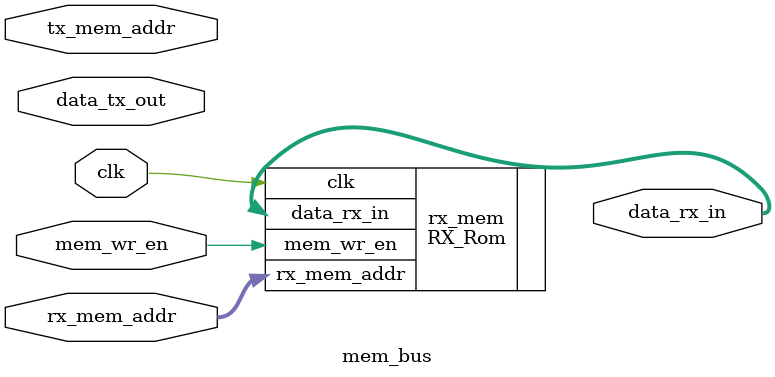
<source format=v>
module mem_bus #( parameter WIDTH = 8 ) 
(   
    input  wire                                clk, 
    input  wire                          mem_wr_en,                                        
    input  wire        [WIDTH-1:0]     rx_mem_addr, 
    input  wire        [WIDTH-1:0]     tx_mem_addr, 
    input  wire        [WIDTH-1:0]     data_tx_out, 
    output wire        [WIDTH-1:0]     data_rx_in
);


////////////////////////////////////////////////////////
/////////////////// tx_mem Instantation ////////////////
////////////////////////////////////////////////////////

TX_Rom tx_mem (.tx_mem_addr(tx_mem_addr),.data_tx_out(data_tx_out));

////////////////////////////////////////////////////////
/////////////////// rx_mem Instantation ////////////////
////////////////////////////////////////////////////////
RX_Rom rx_mem (.mem_wr_en(mem_wr_en),.clk(clk),.rx_mem_addr(rx_mem_addr),.data_rx_in(data_rx_in));

endmodule 
</source>
